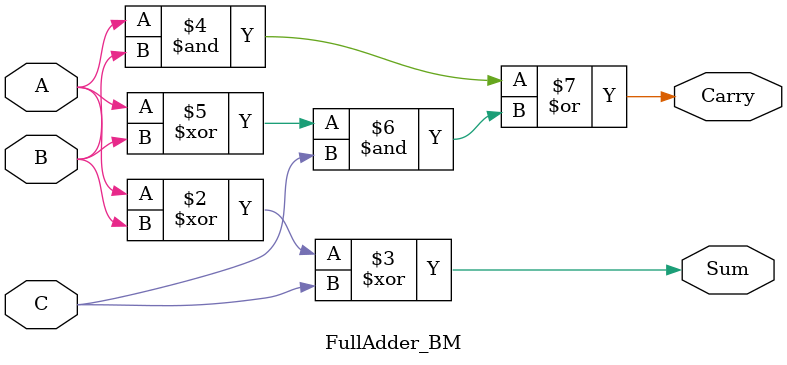
<source format=v>
module FullAdder_BM(A,B,C,Carry,Sum);
input wire A,B,C;
output reg Carry,Sum;

//for always block outputs should always be declared as reg type
always @(A,B,C) //always @(*) its better practice.
begin 
Sum = A^B^C;

Carry = (A&B) | ((A^B)&C);
end
endmodule

</source>
